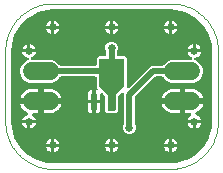
<source format=gtl>
G04 EAGLE Gerber RS-274X export*
G75*
%MOMM*%
%FSLAX35Y35*%
%LPD*%
%INcopper_top*%
%IPPOS*%
%AMOC8*
5,1,8,0,0,1.08239X$1,22.5*%
G01*
%ADD10C,0.000000*%
%ADD11R,0.570000X1.400000*%
%ADD12R,0.650000X1.400000*%
%ADD13C,1.524000*%
%ADD14C,0.500000*%
%ADD15C,0.650000*%

G36*
X1400497Y50063D02*
X1400497Y50063D01*
X1400817Y50027D01*
X1444870Y52915D01*
X1446648Y53260D01*
X1447287Y53314D01*
X1532390Y76117D01*
X1535311Y77312D01*
X1535363Y77351D01*
X1535405Y77366D01*
X1611707Y121418D01*
X1614218Y123329D01*
X1614258Y123378D01*
X1614295Y123405D01*
X1676595Y185704D01*
X1678527Y188200D01*
X1678552Y188259D01*
X1678581Y188293D01*
X1722634Y264595D01*
X1723158Y265845D01*
X1723732Y267091D01*
X1723771Y267306D01*
X1723854Y267505D01*
X1723863Y267568D01*
X1723883Y267609D01*
X1746686Y352712D01*
X1746930Y354508D01*
X1747085Y355130D01*
X1749973Y399182D01*
X1749968Y399259D01*
X1749982Y399335D01*
X1749952Y399735D01*
X1749999Y400000D01*
X1749999Y1000000D01*
X1749936Y1000497D01*
X1749973Y1000817D01*
X1747085Y1044870D01*
X1746739Y1046648D01*
X1746686Y1047287D01*
X1723883Y1132390D01*
X1722688Y1135311D01*
X1722649Y1135363D01*
X1722634Y1135405D01*
X1678581Y1211707D01*
X1676671Y1214218D01*
X1676621Y1214258D01*
X1676595Y1214295D01*
X1614295Y1276595D01*
X1611800Y1278527D01*
X1611741Y1278552D01*
X1611707Y1278581D01*
X1535405Y1322634D01*
X1532495Y1323854D01*
X1532431Y1323863D01*
X1532390Y1323883D01*
X1447288Y1346686D01*
X1445491Y1346930D01*
X1444870Y1347085D01*
X1400818Y1349973D01*
X1400318Y1349942D01*
X1400000Y1349999D01*
X400000Y1349999D01*
X399503Y1349936D01*
X399183Y1349973D01*
X355130Y1347085D01*
X353352Y1346739D01*
X352713Y1346686D01*
X267609Y1323883D01*
X264688Y1322688D01*
X264637Y1322649D01*
X264595Y1322634D01*
X188293Y1278581D01*
X185781Y1276671D01*
X185742Y1276621D01*
X185704Y1276595D01*
X123405Y1214295D01*
X121473Y1211800D01*
X121448Y1211741D01*
X121418Y1211707D01*
X77366Y1135405D01*
X76145Y1132495D01*
X76136Y1132431D01*
X76117Y1132390D01*
X53314Y1047287D01*
X53069Y1045491D01*
X52915Y1044870D01*
X50027Y1000818D01*
X50035Y1000697D01*
X50017Y1000601D01*
X50044Y1000242D01*
X50000Y1000000D01*
X50000Y400000D01*
X50063Y399503D01*
X50027Y399183D01*
X52915Y355130D01*
X53260Y353352D01*
X53314Y352713D01*
X76117Y267609D01*
X77312Y264688D01*
X77351Y264637D01*
X77366Y264595D01*
X121418Y188293D01*
X123329Y185781D01*
X123378Y185742D01*
X123405Y185704D01*
X185704Y123405D01*
X188200Y121473D01*
X188259Y121448D01*
X188293Y121418D01*
X264595Y77366D01*
X267505Y76145D01*
X267568Y76136D01*
X267609Y76117D01*
X352713Y53314D01*
X354509Y53069D01*
X355130Y52915D01*
X399182Y50027D01*
X399681Y50058D01*
X400000Y50000D01*
X1400000Y50000D01*
X1400497Y50063D01*
G37*
%LPC*%
G36*
X1039557Y297499D02*
X1039557Y297499D01*
X1020261Y305492D01*
X1005492Y320261D01*
X997499Y339557D01*
X997499Y360443D01*
X1004048Y376252D01*
X1004107Y376469D01*
X1004212Y376669D01*
X1004310Y377216D01*
X1004878Y379297D01*
X1004893Y380444D01*
X1004999Y381036D01*
X1004999Y481538D01*
X1004861Y482626D01*
X1004808Y483720D01*
X1004663Y484185D01*
X1004601Y484669D01*
X1004194Y485688D01*
X1003869Y486733D01*
X1003654Y487042D01*
X1003431Y487600D01*
X1001565Y490144D01*
X1001499Y490198D01*
X1001499Y634058D01*
X1001321Y635460D01*
X1001178Y636874D01*
X1001122Y637028D01*
X1001101Y637189D01*
X1000577Y638503D01*
X1000085Y639834D01*
X999992Y639968D01*
X999931Y640120D01*
X999093Y641262D01*
X998285Y642427D01*
X998161Y642533D01*
X998065Y642664D01*
X996972Y643557D01*
X995893Y644485D01*
X995746Y644558D01*
X995620Y644660D01*
X994338Y645251D01*
X993061Y645879D01*
X992901Y645913D01*
X992753Y645981D01*
X991361Y646232D01*
X989971Y646520D01*
X989808Y646512D01*
X989648Y646541D01*
X988234Y646435D01*
X986819Y646366D01*
X986663Y646317D01*
X986501Y646305D01*
X985158Y645848D01*
X983806Y645427D01*
X983696Y645351D01*
X983513Y645289D01*
X980875Y643557D01*
X980472Y643112D01*
X980162Y642897D01*
X956161Y618896D01*
X955490Y618030D01*
X954755Y617218D01*
X954528Y616787D01*
X954229Y616401D01*
X953798Y615395D01*
X953288Y614424D01*
X953221Y614052D01*
X952984Y613501D01*
X952504Y610382D01*
X952524Y610189D01*
X952500Y610058D01*
X952500Y490215D01*
X937388Y475103D01*
X937336Y475065D01*
X937275Y474990D01*
X937168Y474883D01*
X937104Y474838D01*
X935915Y473649D01*
X864085Y473649D01*
X862896Y474838D01*
X862809Y474906D01*
X847499Y490215D01*
X847499Y610058D01*
X847361Y611145D01*
X847308Y612238D01*
X847163Y612704D01*
X847101Y613188D01*
X846695Y614206D01*
X846369Y615252D01*
X846154Y615562D01*
X845931Y616119D01*
X844065Y618664D01*
X843915Y618786D01*
X843838Y618896D01*
X825238Y637497D01*
X824114Y638367D01*
X823020Y639260D01*
X822872Y639328D01*
X822743Y639428D01*
X821438Y639989D01*
X820153Y640581D01*
X819993Y640610D01*
X819843Y640674D01*
X818441Y640889D01*
X817048Y641141D01*
X816886Y641128D01*
X816724Y641153D01*
X815307Y641010D01*
X813900Y640905D01*
X813747Y640853D01*
X813584Y640836D01*
X812253Y640344D01*
X810913Y639889D01*
X810777Y639799D01*
X810623Y639743D01*
X809458Y638933D01*
X808275Y638157D01*
X808165Y638036D01*
X808031Y637943D01*
X807105Y636867D01*
X806155Y635819D01*
X806079Y635675D01*
X805973Y635551D01*
X805345Y634276D01*
X804688Y633025D01*
X804664Y632894D01*
X804578Y632720D01*
X803938Y629629D01*
X803968Y629030D01*
X803900Y628658D01*
X803900Y582749D01*
X764249Y582749D01*
X764249Y663900D01*
X768658Y663900D01*
X770059Y664078D01*
X771475Y664221D01*
X771628Y664278D01*
X771789Y664298D01*
X773105Y664823D01*
X774435Y665315D01*
X774568Y665408D01*
X774720Y665468D01*
X775865Y666308D01*
X777027Y667115D01*
X777133Y667238D01*
X777265Y667335D01*
X778160Y668432D01*
X779086Y669507D01*
X779158Y669653D01*
X779261Y669779D01*
X779852Y671063D01*
X780480Y672338D01*
X780513Y672498D01*
X780581Y672646D01*
X780832Y674040D01*
X781120Y675428D01*
X781112Y675591D01*
X781141Y675752D01*
X781035Y677165D01*
X780966Y678581D01*
X780918Y678736D01*
X780905Y678899D01*
X780450Y680238D01*
X780028Y681594D01*
X779951Y681704D01*
X779889Y681886D01*
X778157Y684524D01*
X777712Y684928D01*
X777497Y685238D01*
X773649Y689085D01*
X773649Y769500D01*
X773491Y770748D01*
X773397Y771999D01*
X773292Y772308D01*
X773251Y772631D01*
X772786Y773795D01*
X772381Y774987D01*
X772202Y775259D01*
X772081Y775562D01*
X771338Y776575D01*
X770648Y777625D01*
X770407Y777844D01*
X770215Y778106D01*
X769242Y778900D01*
X768311Y779745D01*
X768022Y779897D01*
X767770Y780102D01*
X766631Y780627D01*
X765517Y781212D01*
X765260Y781258D01*
X764903Y781423D01*
X761798Y781983D01*
X761406Y781953D01*
X761150Y781999D01*
X470038Y781999D01*
X469654Y781950D01*
X469266Y781976D01*
X468092Y781752D01*
X466908Y781601D01*
X466547Y781457D01*
X466166Y781384D01*
X465087Y780874D01*
X463977Y780431D01*
X463664Y780202D01*
X463313Y780036D01*
X462396Y779272D01*
X461432Y778565D01*
X461187Y778264D01*
X460889Y778016D01*
X460537Y777468D01*
X459436Y776120D01*
X458843Y774831D01*
X458490Y774283D01*
X457755Y772507D01*
X430693Y745445D01*
X395336Y730799D01*
X204664Y730799D01*
X169307Y745445D01*
X142245Y772507D01*
X127599Y807864D01*
X127599Y846136D01*
X142245Y881493D01*
X169307Y908555D01*
X194057Y918807D01*
X194979Y919333D01*
X195947Y919785D01*
X196347Y920116D01*
X196797Y920373D01*
X197559Y921115D01*
X198381Y921793D01*
X198686Y922213D01*
X199057Y922575D01*
X199609Y923485D01*
X200235Y924347D01*
X200425Y924830D01*
X200694Y925273D01*
X201001Y926295D01*
X201390Y927284D01*
X201453Y927798D01*
X201603Y928295D01*
X201644Y929359D01*
X201773Y930417D01*
X201705Y930932D01*
X201725Y931449D01*
X201499Y932488D01*
X201359Y933545D01*
X201164Y934026D01*
X201054Y934533D01*
X200575Y935483D01*
X200175Y936470D01*
X199866Y936887D01*
X199632Y937350D01*
X198929Y938150D01*
X198295Y939006D01*
X197892Y939332D01*
X197550Y939721D01*
X196669Y940320D01*
X195841Y940989D01*
X195470Y941135D01*
X194940Y941496D01*
X191969Y942560D01*
X191814Y942574D01*
X191712Y942614D01*
X183109Y944325D01*
X172574Y948688D01*
X163091Y955025D01*
X155025Y963091D01*
X148688Y972574D01*
X144324Y983111D01*
X143452Y987499D01*
X199997Y987499D01*
X200000Y987499D01*
X200003Y987499D01*
X256548Y987499D01*
X255675Y983111D01*
X251311Y972574D01*
X244974Y963091D01*
X236909Y955025D01*
X227426Y948689D01*
X223946Y947248D01*
X223328Y946895D01*
X222668Y946631D01*
X221964Y946115D01*
X221206Y945682D01*
X220696Y945185D01*
X220123Y944764D01*
X219572Y944089D01*
X218946Y943480D01*
X218576Y942870D01*
X218127Y942320D01*
X217762Y941528D01*
X217309Y940781D01*
X217105Y940100D01*
X216807Y939453D01*
X216652Y938594D01*
X216401Y937759D01*
X216373Y937048D01*
X216247Y936348D01*
X216312Y935477D01*
X216278Y934606D01*
X216429Y933910D01*
X216482Y933200D01*
X216763Y932375D01*
X216948Y931522D01*
X217270Y930885D01*
X217498Y930213D01*
X217977Y929485D01*
X218370Y928704D01*
X218840Y928169D01*
X219231Y927575D01*
X219877Y926989D01*
X220453Y926333D01*
X221041Y925933D01*
X221568Y925455D01*
X222342Y925048D01*
X223063Y924559D01*
X223732Y924319D01*
X224363Y923988D01*
X224954Y923881D01*
X226033Y923494D01*
X228183Y923299D01*
X228729Y923200D01*
X395336Y923200D01*
X430693Y908555D01*
X457755Y881493D01*
X458490Y879717D01*
X458683Y879380D01*
X458808Y879013D01*
X459463Y878015D01*
X460056Y876977D01*
X460327Y876699D01*
X460540Y876375D01*
X461425Y875572D01*
X462259Y874717D01*
X462590Y874516D01*
X462878Y874255D01*
X463937Y873699D01*
X464957Y873080D01*
X465328Y872968D01*
X465672Y872788D01*
X466313Y872672D01*
X467979Y872171D01*
X469397Y872116D01*
X470038Y872000D01*
X761150Y872000D01*
X762398Y872159D01*
X763649Y872253D01*
X763958Y872358D01*
X764281Y872399D01*
X765448Y872865D01*
X766637Y873269D01*
X766909Y873448D01*
X767212Y873568D01*
X768225Y874312D01*
X769275Y875001D01*
X769494Y875243D01*
X769756Y875435D01*
X770550Y876408D01*
X771395Y877339D01*
X771547Y877628D01*
X771752Y877880D01*
X772277Y879019D01*
X772862Y880133D01*
X772908Y880389D01*
X773073Y880746D01*
X773633Y883852D01*
X773603Y884243D01*
X773649Y884500D01*
X773649Y935915D01*
X789085Y951350D01*
X842500Y951350D01*
X843748Y951509D01*
X844999Y951603D01*
X845308Y951708D01*
X845631Y951749D01*
X846798Y952215D01*
X847987Y952619D01*
X848259Y952798D01*
X848562Y952918D01*
X849575Y953662D01*
X850625Y954351D01*
X850844Y954593D01*
X851106Y954785D01*
X851900Y955758D01*
X852745Y956689D01*
X852897Y956978D01*
X853102Y957230D01*
X853627Y958369D01*
X854212Y959483D01*
X854258Y959739D01*
X854423Y960096D01*
X854983Y963202D01*
X854953Y963593D01*
X854999Y963850D01*
X854999Y993964D01*
X854971Y994188D01*
X854991Y994412D01*
X854873Y994953D01*
X854601Y997095D01*
X854176Y998161D01*
X854048Y998748D01*
X847499Y1014557D01*
X847499Y1035443D01*
X855492Y1054739D01*
X870261Y1069508D01*
X889557Y1077500D01*
X910443Y1077500D01*
X929739Y1069508D01*
X944508Y1054739D01*
X952500Y1035443D01*
X952500Y1014557D01*
X945952Y998748D01*
X945893Y998530D01*
X945788Y998331D01*
X945689Y997784D01*
X945122Y995703D01*
X945107Y994556D01*
X945000Y993964D01*
X945000Y963850D01*
X945159Y962602D01*
X945253Y961350D01*
X945358Y961042D01*
X945399Y960719D01*
X945865Y959552D01*
X946269Y958363D01*
X946448Y958091D01*
X946568Y957788D01*
X947312Y956774D01*
X948001Y955725D01*
X948243Y955506D01*
X948435Y955243D01*
X949408Y954449D01*
X950339Y953605D01*
X950628Y953453D01*
X950880Y953248D01*
X952019Y952723D01*
X953133Y952138D01*
X953389Y952092D01*
X953746Y951927D01*
X956852Y951367D01*
X957243Y951397D01*
X957500Y951350D01*
X1010915Y951350D01*
X1026350Y935915D01*
X1026350Y695167D01*
X1026529Y693765D01*
X1026672Y692351D01*
X1026728Y692197D01*
X1026749Y692036D01*
X1027273Y690722D01*
X1027765Y689390D01*
X1027858Y689256D01*
X1027918Y689105D01*
X1028756Y687963D01*
X1029565Y686798D01*
X1029688Y686692D01*
X1029785Y686560D01*
X1030879Y685667D01*
X1031957Y684739D01*
X1032104Y684667D01*
X1032230Y684564D01*
X1033512Y683974D01*
X1034788Y683345D01*
X1034948Y683312D01*
X1035096Y683244D01*
X1036489Y682993D01*
X1037878Y682705D01*
X1038042Y682713D01*
X1038202Y682684D01*
X1039616Y682790D01*
X1041031Y682859D01*
X1041186Y682908D01*
X1041349Y682920D01*
X1042692Y683376D01*
X1044044Y683798D01*
X1044153Y683874D01*
X1044337Y683936D01*
X1046975Y685668D01*
X1047378Y686113D01*
X1047688Y686328D01*
X1233360Y872000D01*
X1329961Y872000D01*
X1330346Y872049D01*
X1330733Y872024D01*
X1331908Y872248D01*
X1333092Y872399D01*
X1333453Y872543D01*
X1333833Y872615D01*
X1334913Y873126D01*
X1336023Y873568D01*
X1336336Y873798D01*
X1336687Y873964D01*
X1337604Y874728D01*
X1338568Y875435D01*
X1338813Y875736D01*
X1339111Y875984D01*
X1339463Y876531D01*
X1340563Y877880D01*
X1341157Y879169D01*
X1341509Y879717D01*
X1342245Y881493D01*
X1369307Y908555D01*
X1404664Y923200D01*
X1571271Y923200D01*
X1571977Y923290D01*
X1572688Y923281D01*
X1573536Y923489D01*
X1574401Y923599D01*
X1575062Y923863D01*
X1575753Y924032D01*
X1576522Y924445D01*
X1577332Y924768D01*
X1577906Y925189D01*
X1578533Y925527D01*
X1579173Y926119D01*
X1579877Y926635D01*
X1580327Y927187D01*
X1580849Y927670D01*
X1581321Y928404D01*
X1581873Y929080D01*
X1582171Y929726D01*
X1582555Y930325D01*
X1582828Y931153D01*
X1583193Y931946D01*
X1583319Y932647D01*
X1583542Y933323D01*
X1583598Y934194D01*
X1583753Y935052D01*
X1583700Y935760D01*
X1583746Y936472D01*
X1583583Y937330D01*
X1583518Y938199D01*
X1583288Y938873D01*
X1583155Y939572D01*
X1582782Y940361D01*
X1582501Y941187D01*
X1582111Y941781D01*
X1581807Y942425D01*
X1581248Y943095D01*
X1580769Y943825D01*
X1580242Y944303D01*
X1579786Y944849D01*
X1579281Y945174D01*
X1578431Y945945D01*
X1576519Y946948D01*
X1576053Y947248D01*
X1572573Y948689D01*
X1563091Y955025D01*
X1555025Y963091D01*
X1548688Y972574D01*
X1544324Y983111D01*
X1543452Y987499D01*
X1599997Y987499D01*
X1600000Y987499D01*
X1600003Y987499D01*
X1656548Y987499D01*
X1655675Y983111D01*
X1651311Y972574D01*
X1644974Y963091D01*
X1636909Y955025D01*
X1627425Y948688D01*
X1616890Y944325D01*
X1608288Y942614D01*
X1607278Y942276D01*
X1606244Y942023D01*
X1605787Y941777D01*
X1605295Y941612D01*
X1604401Y941032D01*
X1603464Y940528D01*
X1603084Y940176D01*
X1602648Y939893D01*
X1601928Y939106D01*
X1601148Y938385D01*
X1600868Y937949D01*
X1600517Y937566D01*
X1600016Y936623D01*
X1599442Y935730D01*
X1599280Y935238D01*
X1599036Y934779D01*
X1598788Y933744D01*
X1598455Y932732D01*
X1598421Y932214D01*
X1598301Y931710D01*
X1598320Y930647D01*
X1598251Y929583D01*
X1598348Y929073D01*
X1598357Y928555D01*
X1598642Y927530D01*
X1598842Y926483D01*
X1599063Y926013D01*
X1599202Y925514D01*
X1599734Y924594D01*
X1600190Y923629D01*
X1600523Y923230D01*
X1600782Y922782D01*
X1601529Y922023D01*
X1602210Y921205D01*
X1602545Y920990D01*
X1602995Y920533D01*
X1605702Y918909D01*
X1605852Y918865D01*
X1605943Y918807D01*
X1630693Y908555D01*
X1657755Y881493D01*
X1672400Y846136D01*
X1672400Y807864D01*
X1657755Y772507D01*
X1630693Y745445D01*
X1595336Y730799D01*
X1404664Y730799D01*
X1369307Y745445D01*
X1342245Y772507D01*
X1341509Y774283D01*
X1341317Y774620D01*
X1341192Y774987D01*
X1340537Y775984D01*
X1339943Y777023D01*
X1339673Y777301D01*
X1339460Y777625D01*
X1338574Y778428D01*
X1337741Y779283D01*
X1337410Y779484D01*
X1337122Y779745D01*
X1336063Y780301D01*
X1335043Y780920D01*
X1334672Y781031D01*
X1334328Y781212D01*
X1333686Y781328D01*
X1332021Y781828D01*
X1330603Y781884D01*
X1329961Y781999D01*
X1275817Y781999D01*
X1274729Y781861D01*
X1273636Y781808D01*
X1273171Y781663D01*
X1272687Y781601D01*
X1271668Y781195D01*
X1270623Y780869D01*
X1270313Y780654D01*
X1269756Y780431D01*
X1267211Y778565D01*
X1267088Y778415D01*
X1266979Y778338D01*
X1102161Y613521D01*
X1101490Y612655D01*
X1100755Y611843D01*
X1100528Y611412D01*
X1100229Y611026D01*
X1099798Y610020D01*
X1099288Y609049D01*
X1099221Y608677D01*
X1098984Y608126D01*
X1098504Y605007D01*
X1098524Y604814D01*
X1098500Y604683D01*
X1098500Y490169D01*
X1097991Y489511D01*
X1097255Y488699D01*
X1097028Y488267D01*
X1096730Y487882D01*
X1096298Y486876D01*
X1095788Y485905D01*
X1095721Y485533D01*
X1095484Y484982D01*
X1095004Y481863D01*
X1095024Y481669D01*
X1095000Y481538D01*
X1095000Y381036D01*
X1095029Y380812D01*
X1095008Y380588D01*
X1095126Y380047D01*
X1095399Y377905D01*
X1095824Y376839D01*
X1095952Y376252D01*
X1102500Y360443D01*
X1102500Y339557D01*
X1094508Y320261D01*
X1079739Y305492D01*
X1060443Y297499D01*
X1039557Y297499D01*
G37*
%LPD*%
G36*
X925645Y493767D02*
X925645Y493767D01*
X926301Y493785D01*
X926742Y493963D01*
X927209Y494048D01*
X927774Y494381D01*
X928382Y494627D01*
X928733Y494947D01*
X929143Y495188D01*
X929557Y495698D01*
X930041Y496139D01*
X930258Y496561D01*
X930558Y496931D01*
X930769Y497553D01*
X931069Y498135D01*
X931151Y498678D01*
X931279Y499057D01*
X931268Y499456D01*
X931349Y500000D01*
X931349Y622370D01*
X1004490Y695510D01*
X1004730Y695856D01*
X1005041Y696139D01*
X1005365Y696769D01*
X1005772Y697353D01*
X1005877Y697762D01*
X1006069Y698135D01*
X1006203Y699029D01*
X1006332Y699527D01*
X1006310Y699738D01*
X1006349Y700000D01*
X1006349Y925000D01*
X1006233Y925645D01*
X1006215Y926301D01*
X1006037Y926742D01*
X1005953Y927209D01*
X1005619Y927774D01*
X1005373Y928382D01*
X1005053Y928733D01*
X1004812Y929143D01*
X1004302Y929557D01*
X1003861Y930041D01*
X1003439Y930258D01*
X1003069Y930558D01*
X1002447Y930769D01*
X1001865Y931069D01*
X1001322Y931151D01*
X1000943Y931279D01*
X1000544Y931268D01*
X1000000Y931349D01*
X800000Y931349D01*
X799355Y931233D01*
X798699Y931215D01*
X798258Y931037D01*
X797791Y930953D01*
X797226Y930619D01*
X796618Y930373D01*
X796267Y930053D01*
X795857Y929812D01*
X795443Y929302D01*
X794959Y928861D01*
X794742Y928439D01*
X794442Y928069D01*
X794231Y927447D01*
X793931Y926865D01*
X793849Y926322D01*
X793721Y925943D01*
X793733Y925544D01*
X793651Y925000D01*
X793651Y700000D01*
X793725Y699586D01*
X793706Y699166D01*
X793922Y698489D01*
X794048Y697791D01*
X794261Y697429D01*
X794389Y697028D01*
X794928Y696298D01*
X795188Y695857D01*
X795353Y695724D01*
X795510Y695510D01*
X868651Y622370D01*
X868651Y500000D01*
X868767Y499355D01*
X868785Y498699D01*
X868963Y498258D01*
X869048Y497791D01*
X869381Y497226D01*
X869627Y496618D01*
X869947Y496267D01*
X870188Y495857D01*
X870698Y495443D01*
X871139Y494959D01*
X871561Y494742D01*
X871931Y494442D01*
X872553Y494231D01*
X873135Y493931D01*
X873678Y493849D01*
X874057Y493721D01*
X874456Y493733D01*
X875000Y493651D01*
X925000Y493651D01*
X925645Y493767D01*
G37*
%LPC*%
G36*
X1599997Y412501D02*
X1599997Y412501D01*
X1543451Y412501D01*
X1544324Y416889D01*
X1548688Y427425D01*
X1555025Y436909D01*
X1563090Y444974D01*
X1568378Y448507D01*
X1569182Y449206D01*
X1570040Y449835D01*
X1570368Y450237D01*
X1570760Y450578D01*
X1571364Y451457D01*
X1572036Y452280D01*
X1572252Y452750D01*
X1572547Y453178D01*
X1572911Y454179D01*
X1573356Y455147D01*
X1573448Y455657D01*
X1573626Y456144D01*
X1573728Y457205D01*
X1573916Y458252D01*
X1573878Y458769D01*
X1573927Y459286D01*
X1573760Y460339D01*
X1573681Y461399D01*
X1573514Y461889D01*
X1573433Y462403D01*
X1573007Y463381D01*
X1572664Y464387D01*
X1572380Y464819D01*
X1572173Y465296D01*
X1571516Y466136D01*
X1570932Y467025D01*
X1570548Y467373D01*
X1570228Y467782D01*
X1569383Y468429D01*
X1568594Y469145D01*
X1568135Y469386D01*
X1567723Y469702D01*
X1566744Y470117D01*
X1565800Y470612D01*
X1565407Y470683D01*
X1564818Y470933D01*
X1561696Y471397D01*
X1561541Y471380D01*
X1561434Y471399D01*
X1524999Y471399D01*
X1524999Y548001D01*
X1674907Y548001D01*
X1670358Y534001D01*
X1663096Y519748D01*
X1653697Y506812D01*
X1642388Y495503D01*
X1629452Y486104D01*
X1615035Y478759D01*
X1614266Y478235D01*
X1613448Y477795D01*
X1612968Y477351D01*
X1612427Y476983D01*
X1611814Y476284D01*
X1611131Y475652D01*
X1610778Y475101D01*
X1610346Y474609D01*
X1609928Y473779D01*
X1609425Y472997D01*
X1609221Y472375D01*
X1608927Y471791D01*
X1608730Y470883D01*
X1608439Y469999D01*
X1608396Y469346D01*
X1608258Y468707D01*
X1608295Y467778D01*
X1608234Y466850D01*
X1608357Y466207D01*
X1608383Y465553D01*
X1608651Y464663D01*
X1608825Y463750D01*
X1609105Y463158D01*
X1609294Y462532D01*
X1609777Y461737D01*
X1610174Y460897D01*
X1610593Y460394D01*
X1610933Y459835D01*
X1611599Y459187D01*
X1612194Y458472D01*
X1612604Y458208D01*
X1613194Y457634D01*
X1615905Y456087D01*
X1615927Y456073D01*
X1627427Y451310D01*
X1636909Y444974D01*
X1644974Y436909D01*
X1651311Y427425D01*
X1655675Y416889D01*
X1656548Y412501D01*
X1600003Y412501D01*
X1599999Y412500D01*
X1599997Y412501D01*
G37*
%LPD*%
%LPC*%
G36*
X199997Y412501D02*
X199997Y412501D01*
X143451Y412501D01*
X144324Y416889D01*
X148688Y427425D01*
X155025Y436909D01*
X163091Y444974D01*
X172573Y451311D01*
X184073Y456073D01*
X184880Y456535D01*
X185731Y456910D01*
X186246Y457316D01*
X186813Y457640D01*
X187478Y458287D01*
X188209Y458864D01*
X188606Y459386D01*
X189073Y459842D01*
X189555Y460636D01*
X190118Y461378D01*
X190371Y461982D01*
X190710Y462540D01*
X190977Y463430D01*
X191337Y464288D01*
X191430Y464937D01*
X191618Y465563D01*
X191655Y466491D01*
X191788Y467412D01*
X191716Y468063D01*
X191741Y468716D01*
X191544Y469623D01*
X191442Y470549D01*
X191209Y471161D01*
X191070Y471800D01*
X190652Y472629D01*
X190321Y473499D01*
X189943Y474033D01*
X189648Y474617D01*
X189035Y475315D01*
X188498Y476075D01*
X188110Y476369D01*
X187566Y476988D01*
X184981Y478746D01*
X184964Y478759D01*
X184957Y478763D01*
X184956Y478763D01*
X170549Y486103D01*
X157612Y495503D01*
X146303Y506812D01*
X136904Y519748D01*
X129642Y534001D01*
X125093Y548001D01*
X275001Y548001D01*
X275001Y471399D01*
X238566Y471399D01*
X237508Y471265D01*
X236446Y471218D01*
X235950Y471067D01*
X235435Y471001D01*
X234446Y470606D01*
X233428Y470295D01*
X232986Y470023D01*
X232504Y469831D01*
X231646Y469201D01*
X230738Y468645D01*
X230378Y468272D01*
X229960Y467965D01*
X229286Y467140D01*
X228547Y466373D01*
X228291Y465921D01*
X227964Y465520D01*
X227519Y464554D01*
X226994Y463626D01*
X226861Y463125D01*
X226643Y462654D01*
X226454Y461604D01*
X226180Y460577D01*
X226176Y460058D01*
X226083Y459548D01*
X226163Y458486D01*
X226154Y457421D01*
X226280Y456918D01*
X226319Y456401D01*
X226662Y455394D01*
X226920Y454360D01*
X227168Y453903D01*
X227335Y453413D01*
X227919Y452523D01*
X228429Y451588D01*
X228716Y451310D01*
X229068Y450775D01*
X231405Y448655D01*
X231543Y448583D01*
X231622Y448507D01*
X236909Y444974D01*
X244974Y436909D01*
X251311Y427425D01*
X255675Y416889D01*
X256548Y412501D01*
X200003Y412501D01*
X199999Y412500D01*
X199997Y412501D01*
G37*
%LPD*%
%LPC*%
G36*
X1524999Y597999D02*
X1524999Y597999D01*
X1524999Y674600D01*
X1584195Y674600D01*
X1599993Y672098D01*
X1615199Y667158D01*
X1629452Y659896D01*
X1642388Y650497D01*
X1653697Y639188D01*
X1663096Y626252D01*
X1670358Y611999D01*
X1674907Y597999D01*
X1524999Y597999D01*
G37*
%LPD*%
%LPC*%
G36*
X324999Y597999D02*
X324999Y597999D01*
X324999Y674600D01*
X384195Y674600D01*
X399993Y672098D01*
X415199Y667158D01*
X429452Y659896D01*
X442388Y650497D01*
X453697Y639188D01*
X463096Y626252D01*
X470358Y611999D01*
X474907Y597999D01*
X324999Y597999D01*
G37*
%LPD*%
%LPC*%
G36*
X125093Y597999D02*
X125093Y597999D01*
X129642Y611999D01*
X136904Y626252D01*
X146303Y639188D01*
X157612Y650497D01*
X170548Y659896D01*
X184801Y667158D01*
X200007Y672098D01*
X215804Y674600D01*
X275001Y674600D01*
X275001Y597999D01*
X125093Y597999D01*
G37*
%LPD*%
%LPC*%
G36*
X1325093Y597999D02*
X1325093Y597999D01*
X1329642Y611999D01*
X1336904Y626252D01*
X1346303Y639188D01*
X1357612Y650497D01*
X1370548Y659896D01*
X1384801Y667158D01*
X1400007Y672098D01*
X1415804Y674600D01*
X1475001Y674600D01*
X1475001Y597999D01*
X1325093Y597999D01*
G37*
%LPD*%
%LPC*%
G36*
X324999Y471399D02*
X324999Y471399D01*
X324999Y548001D01*
X474907Y548001D01*
X470358Y534001D01*
X463096Y519748D01*
X453697Y506812D01*
X442388Y495503D01*
X429452Y486104D01*
X415199Y478842D01*
X399993Y473901D01*
X384195Y471399D01*
X324999Y471399D01*
G37*
%LPD*%
%LPC*%
G36*
X1415805Y471399D02*
X1415805Y471399D01*
X1400007Y473901D01*
X1384801Y478842D01*
X1370548Y486104D01*
X1357612Y495503D01*
X1346303Y506812D01*
X1336904Y519748D01*
X1329642Y534001D01*
X1325093Y548001D01*
X1475001Y548001D01*
X1475001Y471399D01*
X1415805Y471399D01*
G37*
%LPD*%
%LPC*%
G36*
X764249Y473099D02*
X764249Y473099D01*
X764249Y554250D01*
X803900Y554250D01*
X803900Y495155D01*
X802169Y488696D01*
X798826Y482904D01*
X794096Y478174D01*
X788304Y474830D01*
X781844Y473099D01*
X764249Y473099D01*
G37*
%LPD*%
%LPC*%
G36*
X696099Y582749D02*
X696099Y582749D01*
X696099Y641844D01*
X697830Y648304D01*
X701174Y654096D01*
X705904Y658826D01*
X711696Y662169D01*
X718155Y663900D01*
X735750Y663900D01*
X735750Y582749D01*
X696099Y582749D01*
G37*
%LPD*%
%LPC*%
G36*
X718155Y473099D02*
X718155Y473099D01*
X711696Y474830D01*
X705904Y478174D01*
X701174Y482904D01*
X697830Y488696D01*
X696099Y495155D01*
X696099Y554250D01*
X735750Y554250D01*
X735750Y473099D01*
X718155Y473099D01*
G37*
%LPD*%
%LPC*%
G36*
X912501Y1212501D02*
X912501Y1212501D01*
X912501Y1256548D01*
X916889Y1255675D01*
X927425Y1251311D01*
X936909Y1244974D01*
X944974Y1236909D01*
X951311Y1227425D01*
X955675Y1216889D01*
X956548Y1212501D01*
X912501Y1212501D01*
G37*
%LPD*%
%LPC*%
G36*
X412501Y1212501D02*
X412501Y1212501D01*
X412501Y1256548D01*
X416889Y1255675D01*
X427425Y1251311D01*
X436909Y1244974D01*
X444974Y1236909D01*
X451311Y1227425D01*
X455675Y1216889D01*
X456548Y1212501D01*
X412501Y1212501D01*
G37*
%LPD*%
%LPC*%
G36*
X1412501Y1212501D02*
X1412501Y1212501D01*
X1412501Y1256548D01*
X1416889Y1255675D01*
X1427425Y1251311D01*
X1436909Y1244974D01*
X1444974Y1236909D01*
X1451311Y1227425D01*
X1455675Y1216889D01*
X1456548Y1212501D01*
X1412501Y1212501D01*
G37*
%LPD*%
%LPC*%
G36*
X1612501Y1012501D02*
X1612501Y1012501D01*
X1612501Y1056548D01*
X1616889Y1055675D01*
X1627425Y1051311D01*
X1636909Y1044974D01*
X1644974Y1036909D01*
X1651311Y1027425D01*
X1655675Y1016889D01*
X1656548Y1012501D01*
X1612501Y1012501D01*
G37*
%LPD*%
%LPC*%
G36*
X212501Y1012501D02*
X212501Y1012501D01*
X212501Y1056548D01*
X216889Y1055675D01*
X227425Y1051311D01*
X236909Y1044974D01*
X244974Y1036909D01*
X251311Y1027425D01*
X255675Y1016889D01*
X256548Y1012501D01*
X212501Y1012501D01*
G37*
%LPD*%
%LPC*%
G36*
X912501Y212501D02*
X912501Y212501D01*
X912501Y256548D01*
X916889Y255675D01*
X927425Y251311D01*
X936909Y244974D01*
X944974Y236909D01*
X951311Y227425D01*
X955675Y216889D01*
X956548Y212501D01*
X912501Y212501D01*
G37*
%LPD*%
%LPC*%
G36*
X412501Y212501D02*
X412501Y212501D01*
X412501Y256548D01*
X416889Y255675D01*
X427425Y251311D01*
X436909Y244974D01*
X444974Y236909D01*
X451311Y227425D01*
X455675Y216889D01*
X456548Y212501D01*
X412501Y212501D01*
G37*
%LPD*%
%LPC*%
G36*
X1412501Y212501D02*
X1412501Y212501D01*
X1412501Y256548D01*
X1416889Y255675D01*
X1427425Y251311D01*
X1436909Y244974D01*
X1444974Y236909D01*
X1451311Y227425D01*
X1455675Y216889D01*
X1456548Y212501D01*
X1412501Y212501D01*
G37*
%LPD*%
%LPC*%
G36*
X1543451Y1012501D02*
X1543451Y1012501D01*
X1544324Y1016889D01*
X1548688Y1027425D01*
X1555025Y1036909D01*
X1563091Y1044974D01*
X1572574Y1051311D01*
X1583111Y1055675D01*
X1587499Y1056548D01*
X1587499Y1012501D01*
X1543451Y1012501D01*
G37*
%LPD*%
%LPC*%
G36*
X143451Y1012501D02*
X143451Y1012501D01*
X144324Y1016889D01*
X148688Y1027425D01*
X155025Y1036909D01*
X163091Y1044974D01*
X172574Y1051311D01*
X183111Y1055675D01*
X187499Y1056548D01*
X187499Y1012501D01*
X143451Y1012501D01*
G37*
%LPD*%
%LPC*%
G36*
X1343451Y1212501D02*
X1343451Y1212501D01*
X1344324Y1216889D01*
X1348688Y1227425D01*
X1355025Y1236909D01*
X1363091Y1244974D01*
X1372574Y1251311D01*
X1383111Y1255675D01*
X1387499Y1256548D01*
X1387499Y1212501D01*
X1343451Y1212501D01*
G37*
%LPD*%
%LPC*%
G36*
X343451Y1212501D02*
X343451Y1212501D01*
X344324Y1216889D01*
X348688Y1227425D01*
X355025Y1236909D01*
X363091Y1244974D01*
X372574Y1251311D01*
X383111Y1255675D01*
X387499Y1256548D01*
X387499Y1212501D01*
X343451Y1212501D01*
G37*
%LPD*%
%LPC*%
G36*
X843451Y1212501D02*
X843451Y1212501D01*
X844324Y1216889D01*
X848688Y1227425D01*
X855025Y1236909D01*
X863091Y1244974D01*
X872574Y1251311D01*
X883111Y1255675D01*
X887499Y1256548D01*
X887499Y1212501D01*
X843451Y1212501D01*
G37*
%LPD*%
%LPC*%
G36*
X1612501Y387499D02*
X1612501Y387499D01*
X1656548Y387499D01*
X1655675Y383111D01*
X1651311Y372574D01*
X1644974Y363091D01*
X1636909Y355025D01*
X1627425Y348688D01*
X1616889Y344324D01*
X1612501Y343451D01*
X1612501Y387499D01*
G37*
%LPD*%
%LPC*%
G36*
X212501Y387499D02*
X212501Y387499D01*
X256548Y387499D01*
X255675Y383111D01*
X251311Y372574D01*
X244974Y363091D01*
X236909Y355025D01*
X227425Y348688D01*
X216889Y344324D01*
X212501Y343451D01*
X212501Y387499D01*
G37*
%LPD*%
%LPC*%
G36*
X1343451Y212501D02*
X1343451Y212501D01*
X1344324Y216889D01*
X1348688Y227425D01*
X1355025Y236909D01*
X1363091Y244974D01*
X1372574Y251311D01*
X1383111Y255675D01*
X1387499Y256548D01*
X1387499Y212501D01*
X1343451Y212501D01*
G37*
%LPD*%
%LPC*%
G36*
X1412501Y1187499D02*
X1412501Y1187499D01*
X1456548Y1187499D01*
X1455675Y1183111D01*
X1451311Y1172574D01*
X1444974Y1163091D01*
X1436909Y1155025D01*
X1427425Y1148688D01*
X1416889Y1144324D01*
X1412501Y1143451D01*
X1412501Y1187499D01*
G37*
%LPD*%
%LPC*%
G36*
X912501Y1187499D02*
X912501Y1187499D01*
X956548Y1187499D01*
X955675Y1183111D01*
X951311Y1172574D01*
X944974Y1163091D01*
X936909Y1155025D01*
X927425Y1148688D01*
X916889Y1144324D01*
X912501Y1143451D01*
X912501Y1187499D01*
G37*
%LPD*%
%LPC*%
G36*
X412501Y1187499D02*
X412501Y1187499D01*
X456548Y1187499D01*
X455675Y1183111D01*
X451311Y1172574D01*
X444974Y1163091D01*
X436909Y1155025D01*
X427425Y1148688D01*
X416889Y1144324D01*
X412501Y1143451D01*
X412501Y1187499D01*
G37*
%LPD*%
%LPC*%
G36*
X343451Y212501D02*
X343451Y212501D01*
X344324Y216889D01*
X348688Y227425D01*
X355025Y236909D01*
X363091Y244974D01*
X372574Y251311D01*
X383111Y255675D01*
X387499Y256548D01*
X387499Y212501D01*
X343451Y212501D01*
G37*
%LPD*%
%LPC*%
G36*
X843451Y212501D02*
X843451Y212501D01*
X844324Y216889D01*
X848688Y227425D01*
X855025Y236909D01*
X863091Y244974D01*
X872574Y251311D01*
X883111Y255675D01*
X887499Y256548D01*
X887499Y212501D01*
X843451Y212501D01*
G37*
%LPD*%
%LPC*%
G36*
X1412501Y187499D02*
X1412501Y187499D01*
X1456548Y187499D01*
X1455675Y183111D01*
X1451311Y172574D01*
X1444974Y163091D01*
X1436909Y155025D01*
X1427425Y148688D01*
X1416889Y144324D01*
X1412501Y143451D01*
X1412501Y187499D01*
G37*
%LPD*%
%LPC*%
G36*
X912501Y187499D02*
X912501Y187499D01*
X956548Y187499D01*
X955675Y183111D01*
X951311Y172574D01*
X944974Y163091D01*
X936909Y155025D01*
X927425Y148688D01*
X916889Y144324D01*
X912501Y143451D01*
X912501Y187499D01*
G37*
%LPD*%
%LPC*%
G36*
X412501Y187499D02*
X412501Y187499D01*
X456548Y187499D01*
X455675Y183111D01*
X451311Y172574D01*
X444974Y163091D01*
X436909Y155025D01*
X427425Y148688D01*
X416889Y144324D01*
X412501Y143451D01*
X412501Y187499D01*
G37*
%LPD*%
%LPC*%
G36*
X383111Y1144324D02*
X383111Y1144324D01*
X372574Y1148688D01*
X363091Y1155025D01*
X355025Y1163091D01*
X348688Y1172574D01*
X344324Y1183111D01*
X343452Y1187499D01*
X387499Y1187499D01*
X387499Y1143452D01*
X383111Y1144324D01*
G37*
%LPD*%
%LPC*%
G36*
X1583111Y344324D02*
X1583111Y344324D01*
X1572574Y348688D01*
X1563091Y355025D01*
X1555025Y363091D01*
X1548688Y372574D01*
X1544324Y383111D01*
X1543452Y387499D01*
X1587499Y387499D01*
X1587499Y343452D01*
X1583111Y344324D01*
G37*
%LPD*%
%LPC*%
G36*
X1383111Y1144324D02*
X1383111Y1144324D01*
X1372574Y1148688D01*
X1363091Y1155025D01*
X1355025Y1163091D01*
X1348688Y1172574D01*
X1344324Y1183111D01*
X1343452Y1187499D01*
X1387499Y1187499D01*
X1387499Y1143452D01*
X1383111Y1144324D01*
G37*
%LPD*%
%LPC*%
G36*
X183111Y344324D02*
X183111Y344324D01*
X172574Y348688D01*
X163091Y355025D01*
X155025Y363091D01*
X148688Y372574D01*
X144324Y383111D01*
X143452Y387499D01*
X187499Y387499D01*
X187499Y343452D01*
X183111Y344324D01*
G37*
%LPD*%
%LPC*%
G36*
X1383111Y144324D02*
X1383111Y144324D01*
X1372574Y148688D01*
X1363091Y155025D01*
X1355025Y163091D01*
X1348688Y172574D01*
X1344324Y183111D01*
X1343452Y187499D01*
X1387499Y187499D01*
X1387499Y143452D01*
X1383111Y144324D01*
G37*
%LPD*%
%LPC*%
G36*
X883111Y144324D02*
X883111Y144324D01*
X872574Y148688D01*
X863091Y155025D01*
X855025Y163091D01*
X848688Y172574D01*
X844324Y183111D01*
X843452Y187499D01*
X887499Y187499D01*
X887499Y143452D01*
X883111Y144324D01*
G37*
%LPD*%
%LPC*%
G36*
X883111Y1144324D02*
X883111Y1144324D01*
X872574Y1148688D01*
X863091Y1155025D01*
X855025Y1163091D01*
X848688Y1172574D01*
X844324Y1183111D01*
X843452Y1187499D01*
X887499Y1187499D01*
X887499Y1143452D01*
X883111Y1144324D01*
G37*
%LPD*%
%LPC*%
G36*
X383111Y144324D02*
X383111Y144324D01*
X372574Y148688D01*
X363091Y155025D01*
X355025Y163091D01*
X348688Y172574D01*
X344324Y183111D01*
X343452Y187499D01*
X387499Y187499D01*
X387499Y143452D01*
X383111Y144324D01*
G37*
%LPD*%
%LPC*%
G36*
X299998Y572998D02*
X299998Y572998D01*
X299998Y573002D01*
X300002Y573002D01*
X300002Y572998D01*
X299998Y572998D01*
G37*
%LPD*%
%LPC*%
G36*
X1499998Y572998D02*
X1499998Y572998D01*
X1499998Y573002D01*
X1500002Y573002D01*
X1500002Y572998D01*
X1499998Y572998D01*
G37*
%LPD*%
D10*
X400000Y0D02*
X1400000Y0D01*
X1800000Y400000D02*
X1800000Y1000000D01*
X1400000Y1400000D02*
X400000Y1400000D01*
X0Y1000000D02*
X0Y400000D01*
X1400000Y1400000D02*
X1409665Y1399883D01*
X1419325Y1399533D01*
X1428974Y1398949D01*
X1438606Y1398133D01*
X1448215Y1397084D01*
X1457796Y1395803D01*
X1467343Y1394290D01*
X1476851Y1392548D01*
X1486314Y1390576D01*
X1495726Y1388377D01*
X1505083Y1385950D01*
X1514378Y1383298D01*
X1523607Y1380423D01*
X1532763Y1377325D01*
X1541842Y1374006D01*
X1550838Y1370470D01*
X1559746Y1366717D01*
X1568560Y1362750D01*
X1577277Y1358571D01*
X1585889Y1354182D01*
X1594393Y1349587D01*
X1602784Y1344788D01*
X1611056Y1339787D01*
X1619205Y1334588D01*
X1627226Y1329194D01*
X1635114Y1323607D01*
X1642865Y1317831D01*
X1650474Y1311870D01*
X1657937Y1305726D01*
X1665249Y1299404D01*
X1672406Y1292907D01*
X1679405Y1286240D01*
X1686240Y1279405D01*
X1692907Y1272406D01*
X1699404Y1265249D01*
X1705726Y1257937D01*
X1711870Y1250474D01*
X1717831Y1242865D01*
X1723607Y1235114D01*
X1729194Y1227226D01*
X1734588Y1219205D01*
X1739787Y1211056D01*
X1744788Y1202784D01*
X1749587Y1194393D01*
X1754182Y1185889D01*
X1758571Y1177277D01*
X1762750Y1168560D01*
X1766717Y1159746D01*
X1770470Y1150838D01*
X1774006Y1141842D01*
X1777325Y1132763D01*
X1780423Y1123607D01*
X1783298Y1114378D01*
X1785950Y1105083D01*
X1788377Y1095726D01*
X1790576Y1086314D01*
X1792548Y1076851D01*
X1794290Y1067343D01*
X1795803Y1057796D01*
X1797084Y1048215D01*
X1798133Y1038606D01*
X1798949Y1028974D01*
X1799533Y1019325D01*
X1799883Y1009665D01*
X1800000Y1000000D01*
X400000Y1400000D02*
X390335Y1399883D01*
X380675Y1399533D01*
X371026Y1398949D01*
X361394Y1398133D01*
X351785Y1397084D01*
X342204Y1395803D01*
X332657Y1394290D01*
X323149Y1392548D01*
X313686Y1390576D01*
X304274Y1388377D01*
X294917Y1385950D01*
X285622Y1383298D01*
X276393Y1380423D01*
X267237Y1377325D01*
X258158Y1374006D01*
X249162Y1370470D01*
X240254Y1366717D01*
X231440Y1362750D01*
X222723Y1358571D01*
X214111Y1354182D01*
X205607Y1349587D01*
X197216Y1344788D01*
X188944Y1339787D01*
X180795Y1334588D01*
X172774Y1329194D01*
X164886Y1323607D01*
X157135Y1317831D01*
X149526Y1311870D01*
X142063Y1305726D01*
X134751Y1299404D01*
X127594Y1292907D01*
X120595Y1286240D01*
X113760Y1279405D01*
X107093Y1272406D01*
X100596Y1265249D01*
X94274Y1257937D01*
X88130Y1250474D01*
X82169Y1242865D01*
X76393Y1235114D01*
X70806Y1227226D01*
X65412Y1219205D01*
X60213Y1211056D01*
X55212Y1202784D01*
X50413Y1194393D01*
X45818Y1185889D01*
X41429Y1177277D01*
X37250Y1168560D01*
X33283Y1159746D01*
X29530Y1150838D01*
X25994Y1141842D01*
X22675Y1132763D01*
X19577Y1123607D01*
X16702Y1114378D01*
X14050Y1105083D01*
X11623Y1095726D01*
X9424Y1086314D01*
X7452Y1076851D01*
X5710Y1067343D01*
X4197Y1057796D01*
X2916Y1048215D01*
X1867Y1038606D01*
X1051Y1028974D01*
X467Y1019325D01*
X117Y1009665D01*
X0Y1000000D01*
X0Y400000D02*
X117Y390335D01*
X467Y380675D01*
X1051Y371026D01*
X1867Y361394D01*
X2916Y351785D01*
X4197Y342204D01*
X5710Y332657D01*
X7452Y323149D01*
X9424Y313686D01*
X11623Y304274D01*
X14050Y294917D01*
X16702Y285622D01*
X19577Y276393D01*
X22675Y267237D01*
X25994Y258158D01*
X29530Y249162D01*
X33283Y240254D01*
X37250Y231440D01*
X41429Y222723D01*
X45818Y214111D01*
X50413Y205607D01*
X55212Y197216D01*
X60213Y188944D01*
X65412Y180795D01*
X70806Y172774D01*
X76393Y164886D01*
X82169Y157135D01*
X88130Y149526D01*
X94274Y142063D01*
X100596Y134751D01*
X107093Y127594D01*
X113760Y120595D01*
X120595Y113760D01*
X127594Y107093D01*
X134751Y100596D01*
X142063Y94274D01*
X149526Y88130D01*
X157135Y82169D01*
X164886Y76393D01*
X172774Y70806D01*
X180795Y65412D01*
X188944Y60213D01*
X197216Y55212D01*
X205607Y50413D01*
X214111Y45818D01*
X222723Y41429D01*
X231440Y37250D01*
X240254Y33283D01*
X249162Y29530D01*
X258158Y25994D01*
X267237Y22675D01*
X276393Y19577D01*
X285622Y16702D01*
X294917Y14050D01*
X304274Y11623D01*
X313686Y9424D01*
X323149Y7452D01*
X332657Y5710D01*
X342204Y4197D01*
X351785Y2916D01*
X361394Y1867D01*
X371026Y1051D01*
X380675Y467D01*
X390335Y117D01*
X400000Y0D01*
X1400000Y0D02*
X1409665Y117D01*
X1419325Y467D01*
X1428974Y1051D01*
X1438606Y1867D01*
X1448215Y2916D01*
X1457796Y4197D01*
X1467343Y5710D01*
X1476851Y7452D01*
X1486314Y9424D01*
X1495726Y11623D01*
X1505083Y14050D01*
X1514378Y16702D01*
X1523607Y19577D01*
X1532763Y22675D01*
X1541842Y25994D01*
X1550838Y29530D01*
X1559746Y33283D01*
X1568560Y37250D01*
X1577277Y41429D01*
X1585889Y45818D01*
X1594393Y50413D01*
X1602784Y55212D01*
X1611056Y60213D01*
X1619205Y65412D01*
X1627226Y70806D01*
X1635114Y76393D01*
X1642865Y82169D01*
X1650474Y88130D01*
X1657937Y94274D01*
X1665249Y100596D01*
X1672406Y107093D01*
X1679405Y113760D01*
X1686240Y120595D01*
X1692907Y127594D01*
X1699404Y134751D01*
X1705726Y142063D01*
X1711870Y149526D01*
X1717831Y157135D01*
X1723607Y164886D01*
X1729194Y172774D01*
X1734588Y180795D01*
X1739787Y188944D01*
X1744788Y197216D01*
X1749587Y205607D01*
X1754182Y214111D01*
X1758571Y222723D01*
X1762750Y231440D01*
X1766717Y240254D01*
X1770470Y249162D01*
X1774006Y258158D01*
X1777325Y267237D01*
X1780423Y276393D01*
X1783298Y285622D01*
X1785950Y294917D01*
X1788377Y304274D01*
X1790576Y313686D01*
X1792548Y323149D01*
X1794290Y332657D01*
X1795803Y342204D01*
X1797084Y351785D01*
X1798133Y361394D01*
X1798949Y371026D01*
X1799533Y380675D01*
X1799883Y390335D01*
X1800000Y400000D01*
D11*
X750000Y568500D03*
X1050000Y568500D03*
D12*
X900000Y568500D03*
D13*
X376200Y573000D02*
X223800Y573000D01*
X223800Y827000D02*
X376200Y827000D01*
X1423800Y573000D02*
X1576200Y573000D01*
X1576200Y827000D02*
X1423800Y827000D01*
D14*
X900000Y827000D02*
X300000Y827000D01*
D15*
X900000Y1025000D03*
D14*
X900000Y827000D01*
X900000Y568500D01*
X1050000Y568500D02*
X1050000Y350000D01*
D15*
X1050000Y350000D03*
D14*
X1252000Y827000D02*
X1500000Y827000D01*
X1252000Y827000D02*
X1050000Y625000D01*
X1050000Y568500D01*
D15*
X200000Y400000D03*
X400000Y200000D03*
X900000Y200000D03*
X1400000Y200000D03*
X1600000Y400000D03*
X1600000Y1000000D03*
X1400000Y1200000D03*
X900000Y1200000D03*
X400000Y1200000D03*
X200000Y1000000D03*
M02*

</source>
